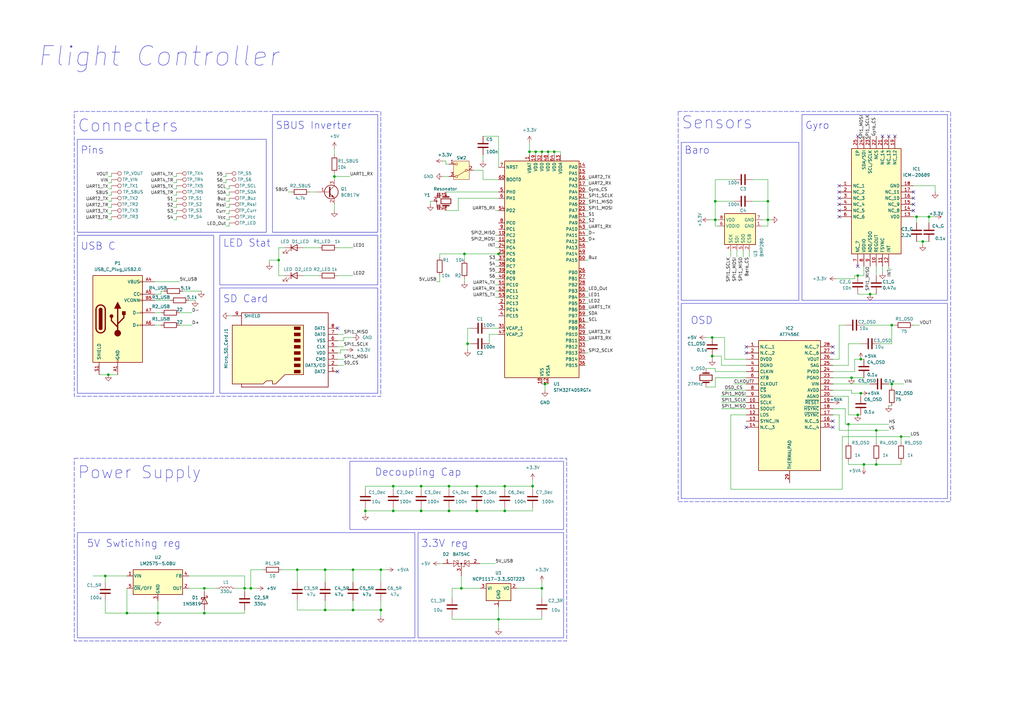
<source format=kicad_sch>
(kicad_sch (version 20230121) (generator eeschema)
  (paper "A3")
  (junction (at 144.78 233.68))
  (junction (at 161.29 209.55))
  (junction (at 359.41 176.53))
  (junction (at 83.82 251.46))
  (junction (at 369.57 179.07))
  (junction (at 184.15 209.55))
  (junction (at 217.17 62.23))
  (junction (at 52.07 251.46))
  (junction (at 161.29 199.39))
  (junction (at 222.25 62.23))
  (junction (at 378.46 99.06))
  (junction (at 144.78 250.19))
  (junction (at 64.77 251.46))
  (junction (at 359.41 190.5))
  (junction (at 353.06 147.32))
  (junction (at 102.87 241.3))
  (junction (at 349.25 154.94))
  (junction (at 184.15 199.39))
  (junction (at 218.44 199.39))
  (junction (at 365.76 133.35))
  (junction (at 195.58 209.55))
  (junction (at 381 88.9))
  (junction (at 172.72 209.55))
  (junction (at 137.16 72.39))
  (junction (at 121.92 233.68))
  (junction (at 227.33 62.23))
  (junction (at 100.33 241.3))
  (junction (at 353.06 161.29))
  (junction (at 356.87 120.65))
  (junction (at 223.52 157.48))
  (junction (at 293.37 82.55))
  (junction (at 83.82 241.3))
  (junction (at 195.58 199.39))
  (junction (at 133.35 233.68))
  (junction (at 347.98 173.99))
  (junction (at 219.71 62.23))
  (junction (at 293.37 90.17))
  (junction (at 292.1 146.05))
  (junction (at 207.01 199.39))
  (junction (at 375.92 88.9))
  (junction (at 204.47 104.14))
  (junction (at 314.96 90.17))
  (junction (at 222.25 241.3))
  (junction (at 43.18 236.22))
  (junction (at 114.3 106.68))
  (junction (at 190.5 104.14))
  (junction (at 351.79 170.18))
  (junction (at 314.96 82.55))
  (junction (at 354.33 190.5))
  (junction (at 44.45 153.67))
  (junction (at 207.01 209.55))
  (junction (at 224.79 62.23))
  (junction (at 156.21 250.19))
  (junction (at 292.1 138.43))
  (junction (at 189.23 241.3))
  (junction (at 156.21 233.68))
  (junction (at 365.76 157.48))
  (junction (at 351.79 113.03))
  (junction (at 191.77 140.97))
  (junction (at 172.72 199.39))
  (junction (at 204.47 254))
  (junction (at 149.86 209.55))
  (junction (at 133.35 250.19))
  (no_connect (at 306.07 142.24))
  (no_connect (at 374.65 81.28))
  (no_connect (at 138.43 152.4))
  (no_connect (at 306.07 175.26))
  (no_connect (at 138.43 134.62))
  (no_connect (at 341.63 142.24))
  (no_connect (at 341.63 172.72))
  (no_connect (at 351.79 109.22))
  (no_connect (at 341.63 175.26))
  (no_connect (at 364.49 55.88))
  (no_connect (at 344.17 88.9))
  (no_connect (at 344.17 78.74))
  (no_connect (at 306.07 144.78))
  (no_connect (at 374.65 78.74))
  (no_connect (at 367.03 55.88))
  (no_connect (at 344.17 83.82))
  (no_connect (at 351.79 55.88))
  (no_connect (at 374.65 83.82))
  (no_connect (at 374.65 86.36))
  (no_connect (at 344.17 81.28))
  (no_connect (at 341.63 144.78))
  (no_connect (at 344.17 76.2))
  (no_connect (at 344.17 86.36))
  (no_connect (at 361.95 55.88))
  (wire (pts (xy 52.07 241.3) (xy 52.07 251.46)))
  (wire (pts (xy 207.01 208.28) (xy 207.01 209.55)))
  (wire (pts (xy 133.35 246.38) (xy 133.35 250.19)))
  (wire (pts (xy 240.03 121.92) (xy 241.3 121.92)))
  (wire (pts (xy 190.5 115.57) (xy 190.5 114.3)))
  (wire (pts (xy 222.25 238.76) (xy 222.25 241.3)))
  (wire (pts (xy 121.92 233.68) (xy 121.92 238.76)))
  (wire (pts (xy 138.43 139.7) (xy 140.97 139.7)))
  (wire (pts (xy 205.74 104.14) (xy 204.47 104.14)))
  (wire (pts (xy 44.45 74.93) (xy 45.72 74.93)))
  (wire (pts (xy 204.47 254) (xy 222.25 254)))
  (wire (pts (xy 297.18 138.43) (xy 292.1 138.43)))
  (wire (pts (xy 66.04 120.65) (xy 63.5 120.65)))
  (wire (pts (xy 240.03 91.44) (xy 241.3 91.44)))
  (wire (pts (xy 345.44 200.66) (xy 345.44 179.07)))
  (wire (pts (xy 223.52 157.48) (xy 224.79 157.48)))
  (wire (pts (xy 350.52 152.4) (xy 350.52 147.32)))
  (wire (pts (xy 176.53 82.55) (xy 177.8 82.55)))
  (wire (pts (xy 194.31 69.85) (xy 198.12 69.85)))
  (wire (pts (xy 223.52 157.48) (xy 223.52 160.02)))
  (wire (pts (xy 172.72 199.39) (xy 172.72 200.66)))
  (wire (pts (xy 359.41 190.5) (xy 354.33 190.5)))
  (wire (pts (xy 110.49 107.95) (xy 110.49 106.68)))
  (wire (pts (xy 347.98 189.23) (xy 347.98 190.5)))
  (wire (pts (xy 212.09 241.3) (xy 222.25 241.3)))
  (wire (pts (xy 369.57 179.07) (xy 369.57 181.61)))
  (wire (pts (xy 222.25 62.23) (xy 222.25 63.5)))
  (wire (pts (xy 207.01 209.55) (xy 218.44 209.55)))
  (wire (pts (xy 139.7 144.78) (xy 138.43 144.78)))
  (wire (pts (xy 207.01 199.39) (xy 195.58 199.39)))
  (wire (pts (xy 64.77 251.46) (xy 64.77 254)))
  (wire (pts (xy 347.98 162.56) (xy 347.98 170.18)))
  (wire (pts (xy 295.91 162.56) (xy 306.07 162.56)))
  (wire (pts (xy 369.57 189.23) (xy 369.57 190.5)))
  (wire (pts (xy 71.12 72.39) (xy 72.39 72.39)))
  (wire (pts (xy 240.03 93.98) (xy 241.3 93.98)))
  (wire (pts (xy 45.72 90.17) (xy 45.72 88.9)))
  (wire (pts (xy 44.45 85.09) (xy 45.72 85.09)))
  (wire (pts (xy 91.44 72.39) (xy 92.71 72.39)))
  (wire (pts (xy 341.63 160.02) (xy 349.25 160.02)))
  (wire (pts (xy 344.17 170.18) (xy 344.17 176.53)))
  (wire (pts (xy 137.16 72.39) (xy 143.51 72.39)))
  (wire (pts (xy 341.63 162.56) (xy 347.98 162.56)))
  (wire (pts (xy 191.77 140.97) (xy 193.04 140.97)))
  (wire (pts (xy 92.71 77.47) (xy 93.98 77.47)))
  (wire (pts (xy 92.71 87.63) (xy 93.98 87.63)))
  (wire (pts (xy 289.56 158.75) (xy 293.37 158.75)))
  (wire (pts (xy 308.61 73.66) (xy 314.96 73.66)))
  (wire (pts (xy 137.16 60.96) (xy 137.16 63.5)))
  (wire (pts (xy 72.39 72.39) (xy 72.39 71.12)))
  (wire (pts (xy 240.03 86.36) (xy 241.3 86.36)))
  (wire (pts (xy 138.43 147.32) (xy 140.97 147.32)))
  (wire (pts (xy 204.47 68.58) (xy 204.47 55.88)))
  (wire (pts (xy 40.64 153.67) (xy 44.45 153.67)))
  (wire (pts (xy 44.45 72.39) (xy 45.72 72.39)))
  (wire (pts (xy 203.2 121.92) (xy 204.47 121.92)))
  (wire (pts (xy 218.44 196.85) (xy 218.44 199.39)))
  (wire (pts (xy 71.12 85.09) (xy 72.39 85.09)))
  (wire (pts (xy 63.5 128.27) (xy 66.04 128.27)))
  (wire (pts (xy 179.07 115.57) (xy 180.34 115.57)))
  (wire (pts (xy 156.21 250.19) (xy 156.21 252.73)))
  (wire (pts (xy 207.01 199.39) (xy 218.44 199.39)))
  (wire (pts (xy 297.18 147.32) (xy 297.18 138.43)))
  (wire (pts (xy 72.39 77.47) (xy 72.39 76.2)))
  (wire (pts (xy 73.66 133.35) (xy 78.74 133.35)))
  (wire (pts (xy 314.96 92.71) (xy 314.96 90.17)))
  (wire (pts (xy 114.3 113.03) (xy 116.84 113.03)))
  (wire (pts (xy 293.37 92.71) (xy 293.37 90.17)))
  (wire (pts (xy 149.86 199.39) (xy 161.29 199.39)))
  (wire (pts (xy 306.07 170.18) (xy 299.72 170.18)))
  (wire (pts (xy 356.87 120.65) (xy 359.41 120.65)))
  (wire (pts (xy 360.68 140.97) (xy 365.76 140.97)))
  (wire (pts (xy 365.76 133.35) (xy 365.76 140.97)))
  (wire (pts (xy 204.47 248.92) (xy 204.47 254)))
  (wire (pts (xy 295.91 167.64) (xy 306.07 167.64)))
  (wire (pts (xy 219.71 62.23) (xy 222.25 62.23)))
  (wire (pts (xy 240.03 78.74) (xy 241.3 78.74)))
  (wire (pts (xy 149.86 208.28) (xy 149.86 209.55)))
  (wire (pts (xy 139.7 143.51) (xy 142.24 143.51)))
  (wire (pts (xy 138.43 137.16) (xy 140.97 137.16)))
  (wire (pts (xy 240.03 73.66) (xy 241.3 73.66)))
  (wire (pts (xy 43.18 246.38) (xy 43.18 251.46)))
  (wire (pts (xy 300.99 73.66) (xy 293.37 73.66)))
  (wire (pts (xy 240.03 144.78) (xy 241.3 144.78)))
  (wire (pts (xy 102.87 241.3) (xy 105.41 241.3)))
  (wire (pts (xy 222.25 252.73) (xy 222.25 254)))
  (wire (pts (xy 314.96 92.71) (xy 312.42 92.71)))
  (wire (pts (xy 63.5 133.35) (xy 66.04 133.35)))
  (wire (pts (xy 304.8 105.41) (xy 304.8 102.87)))
  (wire (pts (xy 184.15 208.28) (xy 184.15 209.55)))
  (wire (pts (xy 96.52 241.3) (xy 100.33 241.3)))
  (wire (pts (xy 203.2 99.06) (xy 204.47 99.06)))
  (wire (pts (xy 77.47 123.19) (xy 80.01 123.19)))
  (wire (pts (xy 196.85 231.14) (xy 203.2 231.14)))
  (wire (pts (xy 100.33 236.22) (xy 77.47 236.22)))
  (wire (pts (xy 156.21 250.19) (xy 144.78 250.19)))
  (wire (pts (xy 195.58 208.28) (xy 195.58 209.55)))
  (wire (pts (xy 121.92 233.68) (xy 133.35 233.68)))
  (wire (pts (xy 77.47 241.3) (xy 83.82 241.3)))
  (wire (pts (xy 72.39 80.01) (xy 72.39 78.74)))
  (wire (pts (xy 292.1 147.32) (xy 292.1 146.05)))
  (wire (pts (xy 172.72 208.28) (xy 172.72 209.55)))
  (wire (pts (xy 149.86 200.66) (xy 149.86 199.39)))
  (wire (pts (xy 107.95 233.68) (xy 102.87 233.68)))
  (wire (pts (xy 191.77 134.62) (xy 191.77 140.97)))
  (wire (pts (xy 207.01 209.55) (xy 195.58 209.55)))
  (wire (pts (xy 137.16 83.82) (xy 137.16 86.36)))
  (wire (pts (xy 359.41 176.53) (xy 364.49 176.53)))
  (wire (pts (xy 240.03 99.06) (xy 241.3 99.06)))
  (wire (pts (xy 193.04 134.62) (xy 191.77 134.62)))
  (wire (pts (xy 240.03 124.46) (xy 241.3 124.46)))
  (wire (pts (xy 137.16 72.39) (xy 137.16 73.66)))
  (wire (pts (xy 137.16 71.12) (xy 137.16 72.39)))
  (wire (pts (xy 375.92 88.9) (xy 375.92 91.44)))
  (wire (pts (xy 144.78 238.76) (xy 144.78 233.68)))
  (wire (pts (xy 306.07 147.32) (xy 297.18 147.32)))
  (wire (pts (xy 351.79 170.18) (xy 353.06 170.18)))
  (wire (pts (xy 365.76 133.35) (xy 367.03 133.35)))
  (wire (pts (xy 184.15 209.55) (xy 172.72 209.55)))
  (wire (pts (xy 195.58 209.55) (xy 184.15 209.55)))
  (wire (pts (xy 347.98 140.97) (xy 353.06 140.97)))
  (wire (pts (xy 299.72 105.41) (xy 299.72 102.87)))
  (wire (pts (xy 45.72 82.55) (xy 45.72 81.28)))
  (wire (pts (xy 364.49 110.49) (xy 364.49 109.22)))
  (wire (pts (xy 181.61 72.39) (xy 184.15 72.39)))
  (wire (pts (xy 189.23 241.3) (xy 196.85 241.3)))
  (wire (pts (xy 182.88 67.31) (xy 184.15 67.31)))
  (wire (pts (xy 43.18 238.76) (xy 43.18 236.22)))
  (wire (pts (xy 240.03 88.9) (xy 241.3 88.9)))
  (wire (pts (xy 347.98 173.99) (xy 364.49 173.99)))
  (wire (pts (xy 204.47 134.62) (xy 200.66 134.62)))
  (wire (pts (xy 74.93 119.38) (xy 82.55 119.38)))
  (wire (pts (xy 156.21 233.68) (xy 158.75 233.68)))
  (wire (pts (xy 204.47 81.28) (xy 187.96 81.28)))
  (wire (pts (xy 349.25 160.02) (xy 349.25 161.29)))
  (wire (pts (xy 140.97 138.43) (xy 144.78 138.43)))
  (wire (pts (xy 351.79 113.03) (xy 354.33 113.03)))
  (wire (pts (xy 195.58 199.39) (xy 195.58 200.66)))
  (wire (pts (xy 124.46 101.6) (xy 130.81 101.6)))
  (wire (pts (xy 344.17 147.32) (xy 344.17 133.35)))
  (wire (pts (xy 71.12 90.17) (xy 72.39 90.17)))
  (wire (pts (xy 92.71 74.93) (xy 92.71 73.66)))
  (wire (pts (xy 219.71 62.23) (xy 219.71 63.5)))
  (wire (pts (xy 187.96 86.36) (xy 182.88 86.36)))
  (wire (pts (xy 110.49 106.68) (xy 114.3 106.68)))
  (wire (pts (xy 217.17 58.42) (xy 217.17 62.23)))
  (wire (pts (xy 222.25 62.23) (xy 224.79 62.23)))
  (wire (pts (xy 203.2 96.52) (xy 204.47 96.52)))
  (wire (pts (xy 378.46 99.06) (xy 381 99.06)))
  (wire (pts (xy 203.2 116.84) (xy 204.47 116.84)))
  (wire (pts (xy 91.44 74.93) (xy 92.71 74.93)))
  (wire (pts (xy 350.52 113.03) (xy 351.79 113.03)))
  (wire (pts (xy 293.37 152.4) (xy 293.37 151.13)))
  (wire (pts (xy 45.72 80.01) (xy 45.72 78.74)))
  (wire (pts (xy 198.12 63.5) (xy 198.12 66.04)))
  (wire (pts (xy 204.47 137.16) (xy 200.66 137.16)))
  (wire (pts (xy 227.33 62.23) (xy 227.33 63.5)))
  (wire (pts (xy 45.72 85.09) (xy 45.72 83.82)))
  (wire (pts (xy 133.35 238.76) (xy 133.35 233.68)))
  (wire (pts (xy 44.45 77.47) (xy 45.72 77.47)))
  (wire (pts (xy 93.98 92.71) (xy 93.98 91.44)))
  (wire (pts (xy 347.98 173.99) (xy 347.98 181.61)))
  (wire (pts (xy 71.12 80.01) (xy 72.39 80.01)))
  (wire (pts (xy 359.41 189.23) (xy 359.41 190.5)))
  (wire (pts (xy 124.46 113.03) (xy 130.81 113.03)))
  (wire (pts (xy 180.34 115.57) (xy 180.34 113.03)))
  (wire (pts (xy 240.03 132.08) (xy 241.3 132.08)))
  (wire (pts (xy 133.35 233.68) (xy 144.78 233.68)))
  (wire (pts (xy 361.95 109.22) (xy 361.95 111.76)))
  (wire (pts (xy 156.21 246.38) (xy 156.21 250.19)))
  (wire (pts (xy 354.33 57.15) (xy 354.33 55.88)))
  (wire (pts (xy 289.56 138.43) (xy 292.1 138.43)))
  (wire (pts (xy 72.39 82.55) (xy 72.39 81.28)))
  (wire (pts (xy 293.37 158.75) (xy 293.37 154.94)))
  (wire (pts (xy 92.71 80.01) (xy 93.98 80.01)))
  (wire (pts (xy 71.12 87.63) (xy 72.39 87.63)))
  (wire (pts (xy 350.52 114.3) (xy 350.52 113.03)))
  (wire (pts (xy 92.71 92.71) (xy 93.98 92.71)))
  (wire (pts (xy 100.33 250.19) (xy 100.33 251.46)))
  (wire (pts (xy 144.78 250.19) (xy 144.78 246.38)))
  (wire (pts (xy 224.79 62.23) (xy 224.79 63.5)))
  (wire (pts (xy 191.77 140.97) (xy 191.77 143.51)))
  (wire (pts (xy 240.03 129.54) (xy 241.3 129.54)))
  (wire (pts (xy 44.45 80.01) (xy 45.72 80.01)))
  (wire (pts (xy 346.71 173.99) (xy 347.98 173.99)))
  (wire (pts (xy 93.98 90.17) (xy 93.98 88.9)))
  (wire (pts (xy 312.42 90.17) (xy 314.96 90.17)))
  (wire (pts (xy 365.76 157.48) (xy 370.84 157.48)))
  (wire (pts (xy 185.42 241.3) (xy 185.42 245.11)))
  (wire (pts (xy 203.2 101.6) (xy 204.47 101.6)))
  (wire (pts (xy 240.03 139.7) (xy 241.3 139.7)))
  (wire (pts (xy 374.65 76.2) (xy 383.54 76.2)))
  (wire (pts (xy 138.43 142.24) (xy 140.97 142.24)))
  (wire (pts (xy 306.07 149.86) (xy 295.91 149.86)))
  (wire (pts (xy 346.71 167.64) (xy 346.71 173.99)))
  (wire (pts (xy 240.03 137.16) (xy 241.3 137.16)))
  (wire (pts (xy 342.9 114.3) (xy 350.52 114.3)))
  (wire (pts (xy 114.3 101.6) (xy 114.3 106.68)))
  (wire (pts (xy 354.33 190.5) (xy 354.33 191.77)))
  (wire (pts (xy 44.45 82.55) (xy 45.72 82.55)))
  (wire (pts (xy 138.43 113.03) (xy 144.78 113.03)))
  (wire (pts (xy 156.21 238.76) (xy 156.21 233.68)))
  (wire (pts (xy 83.82 241.3) (xy 83.82 242.57)))
  (wire (pts (xy 240.03 96.52) (xy 241.3 96.52)))
  (wire (pts (xy 161.29 199.39) (xy 161.29 200.66)))
  (wire (pts (xy 227.33 62.23) (xy 229.87 62.23)))
  (wire (pts (xy 102.87 233.68) (xy 102.87 241.3)))
  (wire (pts (xy 207.01 199.39) (xy 207.01 200.66)))
  (wire (pts (xy 314.96 90.17) (xy 314.96 82.55)))
  (wire (pts (xy 302.26 105.41) (xy 302.26 102.87)))
  (wire (pts (xy 182.88 78.74) (xy 204.47 78.74)))
  (wire (pts (xy 38.1 236.22) (xy 43.18 236.22)))
  (wire (pts (xy 356.87 120.65) (xy 351.79 120.65)))
  (wire (pts (xy 217.17 63.5) (xy 217.17 62.23)))
  (wire (pts (xy 64.77 251.46) (xy 83.82 251.46)))
  (wire (pts (xy 369.57 190.5) (xy 359.41 190.5)))
  (wire (pts (xy 93.98 87.63) (xy 93.98 86.36)))
  (wire (pts (xy 93.98 82.55) (xy 93.98 81.28)))
  (wire (pts (xy 240.03 119.38) (xy 241.3 119.38)))
  (wire (pts (xy 100.33 241.3) (xy 102.87 241.3)))
  (wire (pts (xy 383.54 76.2) (xy 383.54 78.74)))
  (wire (pts (xy 240.03 81.28) (xy 241.3 81.28)))
  (wire (pts (xy 378.46 99.06) (xy 378.46 100.33)))
  (wire (pts (xy 203.2 86.36) (xy 204.47 86.36)))
  (wire (pts (xy 64.77 246.38) (xy 64.77 251.46)))
  (wire (pts (xy 83.82 251.46) (xy 83.82 250.19)))
  (wire (pts (xy 218.44 199.39) (xy 218.44 200.66)))
  (wire (pts (xy 190.5 104.14) (xy 204.47 104.14)))
  (wire (pts (xy 306.07 152.4) (xy 293.37 152.4)))
  (wire (pts (xy 364.49 157.48) (xy 365.76 157.48)))
  (wire (pts (xy 293.37 151.13) (xy 289.56 151.13)))
  (wire (pts (xy 71.12 77.47) (xy 72.39 77.47)))
  (wire (pts (xy 295.91 165.1) (xy 306.07 165.1)))
  (wire (pts (xy 222.25 245.11) (xy 222.25 241.3)))
  (wire (pts (xy 347.98 170.18) (xy 351.79 170.18)))
  (wire (pts (xy 92.71 85.09) (xy 93.98 85.09)))
  (wire (pts (xy 184.15 199.39) (xy 195.58 199.39)))
  (wire (pts (xy 121.92 250.19) (xy 133.35 250.19)))
  (wire (pts (xy 144.78 233.68) (xy 156.21 233.68)))
  (wire (pts (xy 92.71 90.17) (xy 93.98 90.17)))
  (wire (pts (xy 293.37 90.17) (xy 294.64 90.17)))
  (wire (pts (xy 293.37 154.94) (xy 306.07 154.94)))
  (wire (pts (xy 133.35 250.19) (xy 144.78 250.19)))
  (wire (pts (xy 116.84 101.6) (xy 114.3 101.6)))
  (wire (pts (xy 203.2 111.76) (xy 204.47 111.76)))
  (wire (pts (xy 45.72 87.63) (xy 45.72 86.36)))
  (wire (pts (xy 149.86 209.55) (xy 149.86 210.82)))
  (wire (pts (xy 100.33 241.3) (xy 100.33 242.57)))
  (wire (pts (xy 185.42 252.73) (xy 185.42 254)))
  (wire (pts (xy 93.98 85.09) (xy 93.98 83.82)))
  (wire (pts (xy 356.87 57.15) (xy 356.87 55.88)))
  (wire (pts (xy 44.45 90.17) (xy 45.72 90.17)))
  (wire (pts (xy 127 78.74) (xy 129.54 78.74)))
  (wire (pts (xy 350.52 147.32) (xy 353.06 147.32)))
  (wire (pts (xy 182.88 66.04) (xy 181.61 66.04)))
  (wire (pts (xy 203.2 114.3) (xy 204.47 114.3)))
  (wire (pts (xy 100.33 241.3) (xy 100.33 236.22)))
  (wire (pts (xy 369.57 179.07) (xy 373.38 179.07)))
  (wire (pts (xy 43.18 236.22) (xy 52.07 236.22)))
  (wire (pts (xy 290.83 90.17) (xy 293.37 90.17)))
  (wire (pts (xy 190.5 104.14) (xy 190.5 106.68)))
  (wire (pts (xy 354.33 109.22) (xy 354.33 113.03)))
  (wire (pts (xy 381 91.44) (xy 381 88.9)))
  (wire (pts (xy 341.63 152.4) (xy 350.52 152.4)))
  (wire (pts (xy 198.12 73.66) (xy 204.47 73.66)))
  (wire (pts (xy 349.25 154.94) (xy 354.33 154.94)))
  (wire (pts (xy 187.96 81.28) (xy 187.96 86.36)))
  (wire (pts (xy 217.17 62.23) (xy 219.71 62.23)))
  (wire (pts (xy 161.29 208.28) (xy 161.29 209.55)))
  (wire (pts (xy 299.72 170.18) (xy 299.72 200.66)))
  (wire (pts (xy 359.41 109.22) (xy 359.41 113.03)))
  (wire (pts (xy 240.03 83.82) (xy 241.3 83.82)))
  (wire (pts (xy 52.07 251.46) (xy 64.77 251.46)))
  (wire (pts (xy 93.98 77.47) (xy 93.98 76.2)))
  (wire (pts (xy 203.2 119.38) (xy 204.47 119.38)))
  (wire (pts (xy 139.7 143.51) (xy 139.7 144.78)))
  (wire (pts (xy 203.2 106.68) (xy 204.47 106.68)))
  (wire (pts (xy 184.15 199.39) (xy 184.15 200.66)))
  (wire (pts (xy 293.37 82.55) (xy 293.37 73.66)))
  (wire (pts (xy 92.71 82.55) (xy 93.98 82.55)))
  (wire (pts (xy 365.76 110.49) (xy 364.49 110.49)))
  (wire (pts (xy 354.33 133.35) (xy 365.76 133.35)))
  (wire (pts (xy 341.63 170.18) (xy 344.17 170.18)))
  (wire (pts (xy 293.37 90.17) (xy 293.37 82.55)))
  (wire (pts (xy 138.43 149.86) (xy 140.97 149.86)))
  (wire (pts (xy 349.25 161.29) (xy 353.06 161.29)))
  (wire (pts (xy 365.76 166.37) (xy 364.49 166.37)))
  (wire (pts (xy 218.44 208.28) (xy 218.44 209.55)))
  (wire (pts (xy 182.88 67.31) (xy 182.88 66.04)))
  (wire (pts (xy 341.63 154.94) (xy 349.25 154.94)))
  (wire (pts (xy 83.82 241.3) (xy 88.9 241.3)))
  (wire (pts (xy 203.2 109.22) (xy 204.47 109.22)))
  (wire (pts (xy 240.03 127) (xy 241.3 127)))
  (wire (pts (xy 345.44 179.07) (xy 369.57 179.07)))
  (wire (pts (xy 121.92 246.38) (xy 121.92 250.19)))
  (wire (pts (xy 149.86 209.55) (xy 161.29 209.55)))
  (wire (pts (xy 189.23 236.22) (xy 189.23 241.3)))
  (wire (pts (xy 93.98 129.54) (xy 95.25 129.54)))
  (wire (pts (xy 92.71 72.39) (xy 92.71 71.12)))
  (wire (pts (xy 66.04 119.38) (xy 67.31 119.38)))
  (wire (pts (xy 72.39 90.17) (xy 72.39 88.9)))
  (wire (pts (xy 341.63 147.32) (xy 344.17 147.32)))
  (wire (pts (xy 293.37 92.71) (xy 294.64 92.71)))
  (wire (pts (xy 347.98 149.86) (xy 347.98 140.97)))
  (wire (pts (xy 138.43 101.6) (xy 144.78 101.6)))
  (wire (pts (xy 71.12 74.93) (xy 72.39 74.93)))
  (wire (pts (xy 161.29 199.39) (xy 172.72 199.39)))
  (wire (pts (xy 172.72 199.39) (xy 184.15 199.39)))
  (wire (pts (xy 299.72 200.66) (xy 345.44 200.66)))
  (wire (pts (xy 204.47 55.88) (xy 198.12 55.88)))
  (wire (pts (xy 66.04 119.38) (xy 66.04 120.65)))
  (wire (pts (xy 180.34 231.14) (xy 181.61 231.14)))
  (wire (pts (xy 172.72 209.55) (xy 161.29 209.55)))
  (wire (pts (xy 185.42 241.3) (xy 189.23 241.3)))
  (wire (pts (xy 44.45 153.67) (xy 48.26 153.67)))
  (wire (pts (xy 341.63 157.48) (xy 356.87 157.48)))
  (wire (pts (xy 314.96 82.55) (xy 314.96 73.66)))
  (wire (pts (xy 307.34 105.41) (xy 307.34 102.87)))
  (wire (pts (xy 374.65 133.35) (xy 377.19 133.35)))
  (wire (pts (xy 314.96 90.17) (xy 316.23 90.17)))
  (wire (pts (xy 240.03 106.68) (xy 241.3 106.68)))
  (wire (pts (xy 381 88.9) (xy 375.92 88.9)))
  (wire (pts (xy 344.17 133.35) (xy 346.71 133.35)))
  (wire (pts (xy 204.47 254) (xy 204.47 257.81)))
  (wire (pts (xy 353.06 147.32) (xy 354.33 147.32)))
  (wire (pts (xy 93.98 80.01) (xy 93.98 78.74)))
  (wire (pts (xy 308.61 82.55) (xy 314.96 82.55)))
  (wire (pts (xy 185.42 254) (xy 204.47 254)))
  (wire (pts (xy 200.66 137.16) (xy 200.66 140.97)))
  (wire (pts (xy 176.53 82.55) (xy 176.53 83.82)))
  (wire (pts (xy 72.39 74.93) (xy 72.39 73.66)))
  (wire (pts (xy 72.39 87.63) (xy 72.39 86.36)))
  (wire (pts (xy 140.97 139.7) (xy 140.97 138.43)))
  (wire (pts (xy 297.18 160.02) (xy 306.07 160.02)))
  (wire (pts (xy 45.72 77.47) (xy 45.72 76.2)))
  (wire (pts (xy 293.37 82.55) (xy 300.99 82.55)))
  (wire (pts (xy 347.98 190.5) (xy 354.33 190.5)))
  (wire (pts (xy 295.91 149.86) (xy 295.91 146.05)))
  (wire (pts (xy 73.66 128.27) (xy 78.74 128.27)))
  (wire (pts (xy 341.63 167.64) (xy 346.71 167.64)))
  (wire (pts (xy 71.12 82.55) (xy 72.39 82.55)))
  (wire (pts (xy 295.91 146.05) (xy 292.1 146.05)))
  (wire (pts (xy 300.99 157.48) (xy 306.07 157.48)))
  (wire (pts (xy 63.5 115.57) (xy 73.66 115.57)))
  (wire (pts (xy 115.57 233.68) (xy 121.92 233.68)))
  (wire (pts (xy 72.39 85.09) (xy 72.39 83.82)))
  (wire (pts (xy 100.33 251.46) (xy 83.82 251.46)))
  (wire (pts (xy 180.34 104.14) (xy 190.5 104.14)))
  (wire (pts (xy 63.5 123.19) (xy 69.85 123.19)))
  (wire (pts (xy 374.65 88.9) (xy 375.92 88.9)))
  (wire (pts (xy 341.63 149.86) (xy 347.98 149.86)))
  (wire (pts (xy 375.92 99.06) (xy 378.46 99.06)))
  (wire (pts (xy 44.45 87.63) (xy 45.72 87.63)))
  (wire (pts (xy 229.87 63.5) (xy 229.87 62.23)))
  (wire (pts (xy 344.17 176.53) (xy 359.41 176.53)))
  (wire (pts (xy 359.41 176.53) (xy 359.41 181.61)))
  (wire (pts (xy 180.34 104.14) (xy 180.34 105.41)))
  (wire (pts (xy 240.03 76.2) (xy 241.3 76.2)))
  (wire (pts (xy 43.18 251.46) (xy 52.07 251.46)))
  (wire (pts (xy 365.76 158.75) (xy 365.76 157.48)))
  (wire (pts (xy 114.3 106.68) (xy 114.3 113.03)))
  (wire (pts (xy 353.06 162.56) (xy 353.06 161.29)))
  (wire (pts (xy 381 88.9) (xy 383.54 88.9)))
  (wire (pts (xy 118.11 78.74) (xy 119.38 78.74)))
  (wire (pts (xy 45.72 74.93) (xy 45.72 73.66)))
  (wire (pts (xy 198.12 69.85) (xy 198.12 73.66)))
  (wire (pts (xy 222.25 157.48) (xy 223.52 157.48)))
  (wire (pts (xy 224.79 62.23) (xy 227.33 62.23)))
  (wire (pts (xy 45.72 72.39) (xy 45.72 71.12)))
  (rectangle (start 278.13 45.72) (end 389.89 205.74) (stroke (width 0) (type dash)))
  (rectangle (start 328.93 46.99) (end 388.62 123.19))
  (rectangle (start 31.75 218.44) (end 170.18 261.62))
  (rectangle (start 111.76 46.99) (end 154.94 95.25))
  (rectangle (start 30.48 45.72) (end 156.21 162.56) (stroke (width 0) (type dash)))
  (rectangle (start 90.17 118.11) (end 154.94 161.29))
  (rectangle (start 90.17 96.52) (end 154.94 116.84))
  (rectangle (start 171.45 218.44) (end 231.14 261.62))
  (rectangle (start 31.75 96.52) (end 87.63 161.29))
  (rectangle (start 279.4 124.46) (end 388.62 204.47))
  (rectangle (start 31.75 57.15) (end 109.22 95.25))
  (rectangle (start 279.4 58.42) (end 327.66 123.19))
  (rectangle (start 30.48 187.96) (end 232.41 262.89) (stroke (width 0) (type dash)))
  (rectangle (start 143.51 189.23) (end 231.14 217.17))
  (text "SBUS Inverter" (at 113.03 53.34 0) (effects (font (size 3 3)) (justify left bottom)))
  (text "Pins" (at 33.02 63.5 0) (effects (font (size 3 3)) (justify left bottom)))
  (text "Flight Controller" (at 15.24 27.94 0) (effects (font (size 8 8) italic) (justify left bottom)))
  (text "Decoupling Cap" (at 153.67 195.58 0) (effects (font (size 3 3)) (justify left bottom)))
  (text "Baro" (at 280.67 63.5 0) (effects (font (size 3 3)) (justify left bottom)))
  (text "Gyro" (at 330.2 53.34 0) (effects (font (size 3 3)) (justify left bottom)))
  (text "3.3V reg" (at 172.72 224.79 0) (effects (font (size 3 3)) (justify left bottom)))
  (text "SD Card" (at 91.44 124.46 0) (effects (font (size 3 3)) (justify left bottom)))
  (text "USB C" (at 33.02 102.87 0) (effects (font (size 3 3)) (justify left bottom)))
  (text "Power Supply" (at 31.75 196.85 0) (effects (font (size 5 5)) (justify left bottom)))
  (text "LED Stat" (at 91.44 101.6 0) (effects (font (size 3 3)) (justify left bottom)))
  (text "5V Swtiching reg" (at 35.56 224.79 0) (effects (font (size 3 3)) (justify left bottom)))
  (text "OSD" (at 283.21 133.35 0) (effects (font (size 3 3)) (justify left bottom)))
  (text "Connecters" (at 31.75 54.61 0) (effects (font (size 5 5)) (justify left bottom)))
  (text "Sensors" (at 279.4 53.34 0) (effects (font (size 5 5)) (justify left bottom)))
  (label "SPI1_MOSI" (at 354.33 57.15 90))
  (label "VS" (at 364.49 176.53 0))
  (label "INT" (at 365.76 110.49 270))
  (label "UART1_TX" (at 241.3 127 0))
  (label "S3" (at 71.12 87.63 180))
  (label "SCL" (at 92.71 77.47 180))
  (label "SPI1_MISO" (at 295.91 167.64 0))
  (label "SPI1_SCLK" (at 356.87 57.15 90))
  (label "Buz" (at 241.3 106.68 0))
  (label "UART2_TX" (at 241.3 73.66 0))
  (label "S4" (at 203.2 109.22 180))
  (label "S6" (at 91.44 74.93 180))
  (label "Baro_CS" (at 307.34 105.41 270))
  (label "UART1_TX" (at 44.45 77.47 180))
  (label "S3" (at 203.2 106.68 180))
  (label "UART1_RX" (at 241.3 93.98 0))
  (label "5V_USB" (at 203.2 231.14 0))
  (label "LED1" (at 241.3 121.92 0))
  (label "SPI1_MISO" (at 140.97 137.16 0))
  (label "S2" (at 241.3 91.44 0))
  (label "S5" (at 91.44 72.39 180))
  (label "D+" (at 78.74 133.35 0))
  (label "SBUS" (at 44.45 80.01 180))
  (label "UART3_TX" (at 44.45 87.63 180))
  (label "LED2" (at 144.78 113.03 0))
  (label "SPI1_MOSI" (at 295.91 162.56 0))
  (label "S1" (at 71.12 82.55 180))
  (label "5V_USB" (at 73.66 115.57 0))
  (label "UART3_RX" (at 241.3 139.7 0))
  (label "CLKOUT" (at 300.99 157.48 0))
  (label "VIN" (at 370.84 157.48 0))
  (label "S4" (at 71.12 90.17 180))
  (label "SPI1_MISO" (at 241.3 83.82 0))
  (label "SPI2_MOSI" (at 203.2 99.06 180))
  (label "SDA" (at 241.3 129.54 0))
  (label "UART4_TR" (at 71.12 74.93 180))
  (label "INT" (at 203.2 101.6 180))
  (label "SPI1_MOSI" (at 140.97 147.32 0))
  (label "UART2_TR" (at 44.45 85.09 180))
  (label "VIN" (at 44.45 74.93 180))
  (label "UART5_TX" (at 71.12 77.47 180))
  (label "S2" (at 71.12 85.09 180))
  (label "UART3_TR" (at 44.45 90.17 180))
  (label "SPI2_SCLK" (at 241.3 144.78 0))
  (label "S6" (at 203.2 114.3 180))
  (label "SPI2_MISO" (at 203.2 96.52 180))
  (label "LED_Out" (at 92.71 92.71 180))
  (label "SPI1_MISO" (at 356.87 109.22 270))
  (label "LED1" (at 144.78 101.6 0))
  (label "SBUS" (at 118.11 78.74 180))
  (label "HS" (at 364.49 173.99 0))
  (label "SPI1_SCLK" (at 140.97 142.24 0))
  (label "LED2" (at 241.3 124.46 0))
  (label "Vcc" (at 92.71 90.17 180))
  (label "UART4_RX" (at 203.2 119.38 180))
  (label "UART4_TX" (at 71.12 72.39 180))
  (label "Gyro_CS" (at 359.41 55.88 90))
  (label "5V_USB" (at 179.07 115.57 180))
  (label "SCL" (at 241.3 132.08 0))
  (label "LOS" (at 373.38 179.07 0))
  (label "UART3_TX" (at 241.3 137.16 0))
  (label "OSD_CS" (at 297.18 160.02 0))
  (label "Buz" (at 92.71 82.55 180))
  (label "VOUT" (at 377.19 133.35 0))
  (label "SPI1_MOSI" (at 241.3 86.36 0))
  (label "SPI1_SCLK" (at 295.91 165.1 0))
  (label "UART2_TX" (at 44.45 82.55 180))
  (label "SDA" (at 92.71 80.01 180))
  (label "SPI1_SCLK" (at 241.3 81.28 0))
  (label "D-" (at 241.3 96.52 0))
  (label "D+" (at 241.3 99.06 0))
  (label "UART5_RX" (at 203.2 86.36 180))
  (label "UART2_RX" (at 241.3 76.2 0))
  (label "SPI1_MISO" (at 304.8 105.41 270))
  (label "Curr" (at 92.71 87.63 180))
  (label "UART1_RX" (at 143.51 72.39 0))
  (label "SPI1_MOSI" (at 302.26 105.41 270))
  (label "S1" (at 241.3 88.9 0))
  (label "UART5_TR" (at 71.12 80.01 180))
  (label "SD_CS" (at 140.97 149.86 0))
  (label "UART4_TX" (at 203.2 116.84 180))
  (label "VOUT" (at 44.45 72.39 180))
  (label "LED_Out" (at 241.3 119.38 0))
  (label "Rssi" (at 92.71 85.09 180))
  (label "UART5_TX" (at 203.2 121.92 180))
  (label "S5" (at 203.2 111.76 180))
  (label "Gyro_CS" (at 241.3 78.74 0))
  (label "SPI1_SCLK" (at 299.72 105.41 270))
  (label "D-" (at 78.74 128.27 0))
  (symbol (lib_id "Device:C") (at 207.01 204.47 0) (unit 1)
    (property "Reference" "C6_Dec" (at 208.28 201.93 0) (effects (justify left)))
    (property "Value" "100n" (at 210.82 205.74 0) (effects (justify left)))
  )
  (symbol (lib_id "Device:C") (at 304.8 73.66 270) (unit 1)
    (property "Reference" "C3" (at 304.8 77.47 90))
    (property "Value" "100n" (at 300.99 74.93 90))
  )
  (symbol (lib_id "Device:R") (at 69.85 128.27 90) (unit 1)
    (property "Reference" "R2_USB" (at 66.04 125.73 90))
    (property "Value" "22" (at 73.66 127 90))
  )
  (symbol (lib_id "Switch:SW_SPDT_321") (at 189.23 69.85 180) (unit 1)
    (property "Reference" "SW2" (at 189.23 64.77 0))
    (property "Value" "SW_SPDT_321" (effects hide))
  )
  (symbol (lib_id "power:GND") (at 82.55 119.38 0) (unit 1)
    (property "Reference" "#PWR031" (effects hide))
    (property "Value" "GND" (effects hide))
  )
  (symbol (lib_id "power:+3.3V") (at 342.9 114.3 90) (unit 1)
    (property "Reference" "#PWR013" (effects hide))
    (property "Value" "+3.3V" (at 339.09 114.3 90) (effects (justify left)))
  )
  (symbol (lib_id "Connector:TestPoint") (at 93.98 83.82 270) (unit 1)
    (property "Reference" "TP_Rssi" (at 101.6 83.82 90))
    (property "Value" "TestPoint" (effects hide))
    (property "Footprint" "TestPoint:TestPoint_Pad_D2.5mm" (effects hide))
  )
  (symbol (lib_id "Device:C") (at 184.15 204.47 0) (unit 1)
    (property "Reference" "C4_Dec" (at 185.42 201.93 0) (effects (justify left)))
    (property "Value" "100n" (at 186.69 205.74 0) (effects (justify left)))
  )
  (symbol (lib_id "Connector:TestPoint") (at 93.98 91.44 270) (unit 1)
    (property "Reference" "TP_LED" (at 101.6 91.44 90))
    (property "Value" "TestPoint" (effects hide))
    (property "Footprint" "TestPoint:TestPoint_Pad_D2.5mm" (effects hide))
  )
  (symbol (lib_id "Device:C") (at 198.12 59.69 0) (unit 1)
    (property "Reference" "C5" (at 199.39 57.15 0) (effects (justify left)))
    (property "Value" "100n" (at 199.39 62.23 0) (effects (justify left)))
  )
  (symbol (lib_id "Device:C") (at 195.58 204.47 0) (unit 1)
    (property "Reference" "C5_Dec" (at 196.85 201.93 0) (effects (justify left)))
    (property "Value" "100n" (at 198.12 205.74 0) (effects (justify left)))
  )
  (symbol (lib_id "power:GND") (at 176.53 83.82 0) (unit 1)
    (property "Reference" "#PWR01" (effects hide))
    (property "Value" "GND" (effects hide))
  )
  (symbol (lib_id "Connector:TestPoint") (at 93.98 88.9 270) (unit 1)
    (property "Reference" "TP_Vcc" (at 101.6 88.9 90))
    (property "Value" "TestPoint" (effects hide))
    (property "Footprint" "TestPoint:TestPoint_Pad_D2.5mm" (effects hide))
  )
  (symbol (lib_id "power:+5V") (at 289.56 138.43 90) (unit 1)
    (property "Reference" "#PWR018" (effects hide))
    (property "Value" "+5V" (at 285.75 138.43 90) (effects (justify left)))
  )
  (symbol (lib_id "Device:R") (at 365.76 162.56 0) (unit 1)
    (property "Reference" "R2_OSD" (at 367.03 161.29 0) (effects (justify left)))
    (property "Value" "75" (at 367.03 163.83 0) (effects (justify left)))
  )
  (symbol (lib_id "Connector:TestPoint") (at 45.72 86.36 270) (unit 1)
    (property "Reference" "TP_TX3" (at 53.34 86.36 90))
    (property "Value" "TestPoint" (effects hide))
    (property "Footprint" "TestPoint:TestPoint_Pad_D2.5mm" (effects hide))
  )
  (symbol (lib_id "Connector:TestPoint") (at 93.98 78.74 270) (unit 1)
    (property "Reference" "TP_SDA" (at 101.6 78.74 90))
    (property "Value" "TestPoint" (effects hide))
    (property "Footprint" "TestPoint:TestPoint_Pad_D2.5mm" (effects hide))
  )
  (symbol (lib_id "Device:R") (at 369.57 185.42 0) (unit 1)
    (property "Reference" "R5_OSD" (at 370.84 181.61 0) (effects (justify left)))
    (property "Value" "1k" (at 372.11 186.69 0) (effects (justify left)))
  )
  (symbol (lib_id "power:GND") (at 364.49 166.37 0) (unit 1)
    (property "Reference" "#PWR027" (effects hide))
    (property "Value" "GND" (effects hide))
  )
  (symbol (lib_id "power:+3.3V") (at 218.44 196.85 0) (unit 1)
    (property "Reference" "#PWR04" (effects hide))
    (property "Value" "+3.3V" (at 218.44 191.77 0))
  )
  (symbol (lib_id "power:+5VA") (at 354.33 191.77 180) (unit 1)
    (property "Reference" "#PWR028" (effects hide))
    (property "Value" "+5VA" (at 350.52 193.04 0))
  )
  (symbol (lib_id "Device:R") (at 71.12 119.38 90) (unit 1)
    (property "Reference" "R4_USB" (at 64.77 118.11 90))
    (property "Value" "5.1k" (at 76.2 118.11 90))
  )
  (symbol (lib_id "power:GND") (at 351.79 170.18 0) (unit 1)
    (property "Reference" "#PWR025" (effects hide))
    (property "Value" "GND" (effects hide))
  )
  (symbol (lib_id "Device:R") (at 137.16 67.31 0) (unit 1)
    (property "Reference" "R1_SBUS" (at 138.43 66.04 0) (effects (justify left)))
    (property "Value" "10k" (at 138.43 68.58 0) (effects (justify left)))
  )
  (symbol (lib_id "Connector:TestPoint") (at 92.71 73.66 270) (unit 1)
    (property "Reference" "TP_S6" (at 100.33 73.66 90))
    (property "Value" "TestPoint" (effects hide))
    (property "Footprint" "TestPoint:TestPoint_Pad_D2.5mm" (effects hide))
  )
  (symbol (lib_id "power:GND") (at 204.47 257.81 0) (unit 1)
    (property "Reference" "#PWR02" (effects hide))
    (property "Value" "GND" (effects hide))
  )
  (symbol (lib_id "power:GND") (at 223.52 160.02 0) (unit 1)
    (property "Reference" "#PWR049" (effects hide))
    (property "Value" "GND" (at 223.52 165.1 0))
  )
  (symbol (lib_id "Device:C") (at 196.85 134.62 90) (unit 1)
    (property "Reference" "C1" (at 196.85 130.81 90))
    (property "Value" "100n" (at 200.66 133.35 90))
  )
  (symbol (lib_id "power:GND") (at 292.1 147.32 0) (unit 1)
    (property "Reference" "#PWR019" (effects hide))
    (property "Value" "GND" (effects hide))
  )
  (symbol (lib_id "Connector:TestPoint") (at 45.72 78.74 270) (unit 1)
    (property "Reference" "TP_SBUS" (at 54.61 78.74 90))
    (property "Value" "TestPoint" (effects hide))
    (property "Footprint" "TestPoint:TestPoint_Pad_D2.5mm" (effects hide))
  )
  (symbol (lib_id "AT7456E:AT7456E") (at 306.07 142.24 0) (unit 1)
    (property "Reference" "IC2" (at 323.85 134.62 0))
    (property "Value" "AT7456E" (at 323.85 137.16 0))
    (property "Footprint" "SOP65P640X120-29N" (effects hide))
    (property "Datasheet" "https://datasheet.lcsc.com/szlcsc/ZHONGKEWEI-AT7456E_C82351.pdf" (effects hide))
    (property "Height" "1.2" (effects hide))
    (property "Manufacturer_Name" "ICOF" (effects hide))
    (property "Manufacturer_Part_Number" "AT7456E" (effects hide))
  )
  (symbol (lib_id "power:GND") (at 316.23 90.17 90) (unit 1)
    (property "Reference" "#PWR050" (effects hide))
    (property "Value" "GND" (effects hide))
  )
  (symbol (lib_id "power:+3.3V") (at 222.25 238.76 0) (unit 1)
    (property "Reference" "#PWR05" (effects hide))
    (property "Value" "+3.3V" (at 222.25 233.68 0))
  )
  (symbol (lib_id "power:GND") (at 191.77 143.51 0) (unit 1)
    (property "Reference" "#PWR06" (effects hide))
    (property "Value" "GND" (effects hide))
  )
  (symbol (lib_id "Device:C") (at 381 95.25 0) (unit 1)
    (property "Reference" "C4_G" (at 382.27 92.71 0) (effects (justify left)))
    (property "Value" "0.1u" (at 383.54 97.79 0) (effects (justify left)))
  )
  (symbol (lib_id "Device:C") (at 100.33 246.38 0) (unit 1)
    (property "Reference" "C2_5R" (at 104.14 245.11 0) (effects (justify left)))
    (property "Value" "330u" (at 104.14 247.65 0) (effects (justify left)))
  )
  (symbol (lib_id "Device:C") (at 375.92 95.25 0) (unit 1)
    (property "Reference" "C3_G" (at 369.57 93.98 0) (effects (justify left)))
    (property "Value" "2.2u" (at 369.57 96.52 0) (effects (justify left)))
  )
  (symbol (lib_id "Connector:TestPoint") (at 93.98 86.36 270) (unit 1)
    (property "Reference" "TP_Curr" (at 101.6 86.36 90))
    (property "Value" "TestPoint" (effects hide))
    (property "Footprint" "TestPoint:TestPoint_Pad_D2.5mm" (effects hide))
  )
  (symbol (lib_id "Device:C") (at 185.42 248.92 0) (unit 1)
    (property "Reference" "C1_3R" (at 176.53 246.38 0) (effects (justify left)))
    (property "Value" "10u" (at 177.8 250.19 0) (effects (justify left)))
  )
  (symbol (lib_id "power:+3.3V") (at 290.83 90.17 90) (unit 1)
    (property "Reference" "#PWR051" (effects hide))
    (property "Value" "+3.3V" (at 287.02 90.17 0))
  )
  (symbol (lib_id "power:+5VA") (at 341.63 165.1 270) (unit 1)
    (property "Reference" "#PWR024" (effects hide))
    (property "Value" "+5VA" (at 342.9 163.83 90))
  )
  (symbol (lib_id "Connector:TestPoint") (at 72.39 88.9 270) (unit 1)
    (property "Reference" "TP_S4" (at 80.01 88.9 90))
    (property "Value" "TestPoint" (effects hide))
    (property "Footprint" "TestPoint:TestPoint_Pad_D2.5mm" (effects hide))
  )
  (symbol (lib_id "Device:C") (at 304.8 82.55 270) (unit 1)
    (property "Reference" "C4" (at 304.8 86.36 90))
    (property "Value" "100n" (at 300.99 83.82 90))
  )
  (symbol (lib_id "Device:C") (at 353.06 166.37 0) (unit 1)
    (property "Reference" "C6_OSD" (at 354.33 163.83 0) (effects (justify left)))
    (property "Value" "0.1u" (at 354.33 168.91 0) (effects (justify left)))
  )
  (symbol (lib_id "Connector:TestPoint") (at 45.72 76.2 270) (unit 1)
    (property "Reference" "TP_TX1" (at 53.34 76.2 90))
    (property "Value" "TestPoint" (effects hide))
    (property "Footprint" "TestPoint:TestPoint_Pad_D2.5mm" (effects hide))
  )
  (symbol (lib_id "MCU_ST_STM32F4:STM32F405RGTx") (at 222.25 111.76 0) (unit 1)
    (property "Reference" "U1" (at 226.9841 157.48 0) (effects (justify left)))
    (property "Value" "STM32F405RGTx" (at 226.9841 160.02 0) (effects (justify left)))
    (property "Footprint" "Package_QFP:LQFP-64_10x10mm_P0.5mm" (effects hide))
    (property "Datasheet" "https://www.st.com/resource/en/datasheet/stm32f405rg.pdf" (effects hide))
  )
  (symbol (lib_id "power:+3.3V") (at 142.24 143.51 270) (unit 1)
    (property "Reference" "#PWR052" (effects hide))
    (property "Value" "+3.3V" (at 146.05 143.51 90) (effects (justify left)))
  )
  (symbol (lib_id "Device:R") (at 190.5 110.49 0) (unit 1)
    (property "Reference" "R2" (at 189.23 113.03 0) (effects (justify right)))
    (property "Value" "10k" (at 190.5 106.68 0) (effects (justify right)))
  )
  (symbol (lib_id "power:GND") (at 190.5 115.57 0) (unit 1)
    (property "Reference" "#PWR036" (effects hide))
    (property "Value" "GND" (effects hide))
  )
  (symbol (lib_id "Device:C") (at 218.44 204.47 0) (unit 1)
    (property "Reference" "C7_Dec" (at 219.71 201.93 0) (effects (justify left)))
    (property "Value" "100n" (at 222.25 205.74 0) (effects (justify left)))
  )
  (symbol (lib_id "power:GND") (at 349.25 154.94 0) (unit 1)
    (property "Reference" "#PWR026" (effects hide))
    (property "Value" "GND" (effects hide))
  )
  (symbol (lib_id "Device:C") (at 156.21 242.57 0) (unit 1)
    (property "Reference" "C6_5R" (at 158.75 241.3 0) (effects (justify left)))
    (property "Value" "47u" (at 160.02 243.84 0) (effects (justify left)))
  )
  (symbol (lib_id "Device:C") (at 121.92 242.57 0) (unit 1)
    (property "Reference" "C3_5R" (at 124.46 241.3 0) (effects (justify left)))
    (property "Value" "47u" (at 125.73 243.84 0) (effects (justify left)))
  )
  (symbol (lib_id "power:GND") (at 110.49 107.95 0) (unit 1)
    (property "Reference" "#PWR011" (effects hide))
    (property "Value" "GND" (effects hide))
  )
  (symbol (lib_id "Device:R") (at 134.62 101.6 90) (unit 1)
    (property "Reference" "R1_LED" (at 132.08 99.06 90))
    (property "Value" "1k" (at 138.43 99.06 90))
  )
  (symbol (lib_id "Device:C") (at 354.33 151.13 0) (unit 1)
    (property "Reference" "C4_OSD" (at 355.6 148.59 0) (effects (justify left)))
    (property "Value" "0.1u" (at 355.6 153.67 0) (effects (justify left)))
  )
  (symbol (lib_id "power:GND") (at 383.54 78.74 0) (unit 1)
    (property "Reference" "#PWR016" (effects hide))
    (property "Value" "GND" (effects hide))
  )
  (symbol (lib_id "power:+5VA") (at 353.06 147.32 0) (unit 1)
    (property "Reference" "#PWR023" (effects hide))
    (property "Value" "+5VA" (at 356.87 146.05 0))
  )
  (symbol (lib_id "power:+5V") (at 180.34 231.14 90) (unit 1)
    (property "Reference" "#PWR09" (effects hide))
    (property "Value" "+5V" (at 176.53 231.14 90) (effects (justify left)))
  )
  (symbol (lib_id "power:GND") (at 137.16 86.36 0) (unit 1)
    (property "Reference" "#PWR034" (effects hide))
    (property "Value" "GND" (effects hide))
  )
  (symbol (lib_id "Transistor_BJT:BC817W") (at 134.62 78.74 0) (unit 1)
    (property "Reference" "Q1" (at 139.7 77.47 0) (effects (justify left)))
    (property "Value" "BC817W" (at 139.7 80.01 0) (effects (justify left)))
    (property "Footprint" "Package_TO_SOT_SMD:SOT-323_SC-70" (effects hide))
    (property "Datasheet" "https://www.onsemi.com/pub/Collateral/BC818-D.pdf" (effects hide))
  )
  (symbol (lib_id "power:+5V") (at 105.41 241.3 270) (unit 1)
    (property "Reference" "#PWR08" (effects hide))
    (property "Value" "+5V" (at 109.22 241.3 90) (effects (justify left)))
  )
  (symbol (lib_id "Device:C") (at 161.29 204.47 0) (unit 1)
    (property "Reference" "C2_Dec" (at 162.56 201.93 0) (effects (justify left)))
    (property "Value" "100n" (at 163.83 205.74 0) (effects (justify left)))
  )
  (symbol (lib_id "Device:C") (at 351.79 116.84 0) (unit 1)
    (property "Reference" "C2_G" (at 344.17 115.57 0) (effects (justify left)))
    (property "Value" "10n" (at 345.44 118.11 0) (effects (justify left)))
  )
  (symbol (lib_id "Connector:TestPoint") (at 93.98 81.28 270) (unit 1)
    (property "Reference" "TP_Buz" (at 101.6 81.28 90))
    (property "Value" "TestPoint" (effects hide))
    (property "Footprint" "TestPoint:TestPoint_Pad_D2.5mm" (effects hide))
  )
  (symbol (lib_id "power:+5VA") (at 158.75 233.68 270) (unit 1)
    (property "Reference" "#PWR021" (effects hide))
    (property "Value" "+5VA" (at 162.56 233.68 90) (effects (justify left)))
  )
  (symbol (lib_id "Device:C") (at 144.78 242.57 0) (unit 1)
    (property "Reference" "C5_5R" (at 147.32 241.3 0) (effects (justify left)))
    (property "Value" "47u" (at 148.59 243.84 0) (effects (justify left)))
  )
  (symbol (lib_id "Connector:TestPoint") (at 72.39 83.82 270) (unit 1)
    (property "Reference" "TP_S2" (at 80.01 83.82 90))
    (property "Value" "TestPoint" (effects hide))
    (property "Footprint" "TestPoint:TestPoint_Pad_D2.5mm" (effects hide))
  )
  (symbol (lib_id "Connector:TestPoint") (at 72.39 73.66 270) (unit 1)
    (property "Reference" "TP_TR4" (at 80.01 73.66 90))
    (property "Value" "TestPoint" (effects hide))
    (property "Footprint" "TestPoint:TestPoint_Pad_D2.5mm" (effects hide))
  )
  (symbol (lib_id "ICM-20689:ICM-20689") (at 344.17 76.2 0) (unit 1)
    (property "Reference" "IC1" (at 375.92 69.2719 0))
    (property "Value" "ICM-20689" (at 375.92 71.8119 0))
    (property "Footprint" "QFN50P400X400X95-25N-D" (effects hide))
    (property "Datasheet" "https://product.tdk.com/system/files/dam/doc/product/sensor/mortion-inertial/imu/data_sheet/icm-20689-v2.2-002.pdf" (effects hide))
    (property "Height" "0.95" (effects hide))
    (property "Mouser Part Number" "410-ICM-20689" (effects hide))
    (property "Mouser Price/Stock" "https://www.mouser.co.uk/ProductDetail/TDK-InvenSense/ICM-20689?qs=u4fy%2FsgLU9NcfLrncAE%252BeQ%3D%3D" (effects hide))
    (property "Manufacturer_Name" "TDK" (effects hide))
    (property "Manufacturer_Part_Number" "ICM-20689" (effects hide))
  )
  (symbol (lib_id "Device:Crystal") (at 289.56 154.94 270) (unit 1)
    (property "Reference" "Y_OSD" (at 283.21 151.13 90) (effects (justify left)))
    (property "Value" "27MHz" (at 281.94 157.48 90) (effects (justify left)))
  )
  (symbol (lib_id "power:GND") (at 181.61 72.39 270) (unit 1)
    (property "Reference" "#PWR037" (effects hide))
    (property "Value" "GND" (at 177.8 72.39 90) (effects (justify right)))
  )
  (symbol (lib_id "power:GND") (at 378.46 100.33 0) (unit 1)
    (property "Reference" "#PWR015" (effects hide))
    (property "Value" "GND" (effects hide))
  )
  (symbol (lib_id "Connector:TestPoint") (at 72.39 76.2 270) (unit 1)
    (property "Reference" "TP_TX5" (at 80.01 76.2 90))
    (property "Value" "TestPoint" (effects hide))
    (property "Footprint" "TestPoint:TestPoint_Pad_D2.5mm" (effects hide))
  )
  (symbol (lib_id "Device:R") (at 134.62 113.03 90) (unit 1)
    (property "Reference" "R2_LED" (at 132.08 110.49 90))
    (property "Value" "1k" (at 137.16 110.49 90))
  )
  (symbol (lib_id "Device:LED") (at 120.65 101.6 0) (unit 1)
    (property "Reference" "D1_LED" (at 123.19 99.06 0))
    (property "Value" "LED" (at 116.84 99.06 0))
  )
  (symbol (lib_id "Connector:TestPoint") (at 45.72 73.66 270) (unit 1)
    (property "Reference" "TP_VIN" (at 53.34 73.66 90))
    (property "Value" "TestPoint" (effects hide))
    (property "Footprint" "TestPoint:TestPoint_Pad_D2.5mm" (effects hide))
  )
  (symbol (lib_id "power:+5V") (at 137.16 60.96 0) (unit 1)
    (property "Reference" "#PWR035" (effects hide))
    (property "Value" "+5V" (at 137.16 55.88 0))
  )
  (symbol (lib_id "power:GND") (at 144.78 138.43 90) (unit 1)
    (property "Reference" "#PWR053" (effects hide))
    (property "Value" "GND" (at 148.59 138.43 90) (effects (justify right)))
  )
  (symbol (lib_id "Connector:TestPoint") (at 72.39 71.12 270) (unit 1)
    (property "Reference" "TP_TX4" (at 80.01 71.12 90))
    (property "Value" "TestPoint" (effects hide))
    (property "Footprint" "TestPoint:TestPoint_Pad_D2.5mm" (effects hide))
  )
  (symbol (lib_id "power:+3.3V") (at 217.17 58.42 0) (unit 1)
    (property "Reference" "#PWR029" (effects hide))
    (property "Value" "+3.3V" (at 217.17 53.34 0))
  )
  (symbol (lib_id "Connector:TestPoint") (at 45.72 81.28 270) (unit 1)
    (property "Reference" "TP_TX2" (at 53.34 81.28 90))
    (property "Value" "TestPoint" (effects hide))
    (property "Footprint" "TestPoint:TestPoint_Pad_D2.5mm" (effects hide))
  )
  (symbol (lib_id "Diode:1N5819") (at 83.82 246.38 270) (unit 1)
    (property "Reference" "D1" (at 78.74 245.11 90) (effects (justify left)))
    (property "Value" "1N5819" (at 74.93 247.65 90) (effects (justify left)))
    (property "Footprint" "Diode_THT:D_DO-41_SOD81_P10.16mm_Horizontal" (effects hide))
    (property "Datasheet" "http://www.vishay.com/docs/88525/1n5817.pdf" (effects hide))
  )
  (symbol (lib_id "Device:C") (at 149.86 204.47 0) (unit 1)
    (property "Reference" "C1_Dec" (at 151.13 201.93 0) (effects (justify left)))
    (property "Value" "10u" (at 152.4 205.74 0) (effects (justify left)))
  )
  (symbol (lib_id "Device:C") (at 196.85 140.97 90) (unit 1)
    (property "Reference" "C2" (at 196.85 144.78 90))
    (property "Value" "100n" (at 200.66 142.24 90))
  )
  (symbol (lib_id "Connector:TestPoint") (at 93.98 76.2 270) (unit 1)
    (property "Reference" "TP_SCL" (at 101.6 76.2 90))
    (property "Value" "TestPoint" (effects hide))
    (property "Footprint" "TestPoint:TestPoint_Pad_D2.5mm" (effects hide))
  )
  (symbol (lib_id "power:GND") (at 198.12 66.04 0) (unit 1)
    (property "Reference" "#PWR033" (effects hide))
    (property "Value" "GND" (effects hide))
  )
  (symbol (lib_id "Device:C") (at 356.87 140.97 90) (unit 1)
    (property "Reference" "C3_OSD" (at 361.95 139.7 90))
    (property "Value" "10u" (at 360.68 142.24 90))
  )
  (symbol (lib_id "power:GND") (at 93.98 129.54 270) (unit 1)
    (property "Reference" "#PWR054" (effects hide))
    (property "Value" "GND" (effects hide))
  )
  (symbol (lib_id "power:GND") (at 149.86 210.82 0) (unit 1)
    (property "Reference" "#PWR03" (effects hide))
    (property "Value" "GND" (effects hide))
  )
  (symbol (lib_id "Device:R") (at 69.85 133.35 90) (unit 1)
    (property "Reference" "R1_USB" (at 66.04 130.81 90))
    (property "Value" "22" (at 73.66 132.08 90))
  )
  (symbol (lib_id "Regulator_Linear:NCP1117-3.3_SOT223") (at 204.47 241.3 0) (unit 1)
    (property "Reference" "U1" (at 204.47 234.95 0))
    (property "Value" "NCP1117-3.3_SOT223" (at 204.47 237.49 0))
    (property "Footprint" "Package_TO_SOT_SMD:SOT-223-3_TabPin2" (effects hide))
    (property "Datasheet" "http://www.onsemi.com/pub_link/Collateral/NCP1117-D.PDF" (effects hide))
  )
  (symbol (lib_id "Connector:TestPoint") (at 92.71 71.12 270) (unit 1)
    (property "Reference" "TP_S5" (at 100.33 71.12 90))
    (property "Value" "TestPoint" (effects hide))
    (property "Footprint" "TestPoint:TestPoint_Pad_D2.5mm" (effects hide))
  )
  (symbol (lib_id "Device:R") (at 111.76 233.68 90) (unit 1)
    (property "Reference" "R1_5R" (at 111.76 231.14 90))
    (property "Value" "10" (at 111.76 236.22 90))
  )
  (symbol (lib_id "power:GND") (at 356.87 120.65 0) (unit 1)
    (property "Reference" "#PWR012" (effects hide))
    (property "Value" "GND" (effects hide))
  )
  (symbol (lib_id "Sensor_Pressure:BMP280") (at 304.8 92.71 90) (unit 1)
    (property "Reference" "U3" (at 309.88 105.41 0) (effects (justify left)))
    (property "Value" "BMP280" (at 312.42 105.41 0) (effects (justify left)))
    (property "Footprint" "Package_LGA:Bosch_LGA-8_2x2.5mm_P0.65mm_ClockwisePinNumbering" (effects hide))
    (property "Datasheet" "https://ae-bst.resource.bosch.com/media/_tech/media/datasheets/BST-BMP280-DS001.pdf" (effects hide))
  )
  (symbol (lib_id "Diode:BAT54C") (at 189.23 231.14 0) (unit 1)
    (property "Reference" "D2" (at 182.88 227.33 0))
    (property "Value" "BAT54C" (at 189.23 227.33 0))
    (property "Footprint" "Package_TO_SOT_SMD:SOT-23" (effects hide))
    (property "Datasheet" "http://www.diodes.com/_files/datasheets/ds11005.pdf" (effects hide))
  )
  (symbol (lib_id "Device:C") (at 172.72 204.47 0) (unit 1)
    (property "Reference" "C3_Dec" (at 173.99 201.93 0) (effects (justify left)))
    (property "Value" "100n" (at 175.26 205.74 0) (effects (justify left)))
  )
  (symbol (lib_id "power:+3.3V") (at 181.61 66.04 90) (unit 1)
    (property "Reference" "#PWR032" (effects hide))
    (property "Value" "+3.3V" (at 185.42 63.5 90) (effects (justify left)))
  )
  (symbol (lib_id "Device:Resonator") (at 182.88 82.55 270) (unit 1)
    (property "Reference" "Y1" (at 173.99 80.01 90) (effects (justify left)))
    (property "Value" "Resonator" (at 177.8 77.47 90) (effects (justify left)))
    (property "Footprint" "Crystal:Resonator_Murata_CSTLSxxxX-3Pin_W5.5mm_H3.0mm" (effects hide))
  )
  (symbol (lib_id "power:GND") (at 80.01 123.19 0) (unit 1)
    (property "Reference" "#PWR030" (effects hide))
    (property "Value" "GND" (effects hide))
  )
  (symbol (lib_id "Device:C") (at 292.1 142.24 0) (unit 1)
    (property "Reference" "C1_OSD" (at 281.94 140.97 0) (effects (justify left)))
    (property "Value" "0.1u" (at 285.75 143.51 0) (effects (justify left)))
  )
  (symbol (lib_id "Connector:TestPoint") (at 45.72 83.82 270) (unit 1)
    (property "Reference" "TP_TR2" (at 53.34 83.82 90))
    (property "Value" "TestPoint" (effects hide))
    (property "Footprint" "TestPoint:TestPoint_Pad_D2.5mm" (effects hide))
  )
  (symbol (lib_id "Connector:USB_C_Plug_USB2.0") (at 48.26 130.81 0) (unit 1)
    (property "Reference" "P1" (at 48.26 107.95 0))
    (property "Value" "USB_C_Plug_USB2.0" (at 48.26 110.49 0))
    (property "Datasheet" "https://www.usb.org/sites/default/files/documents/usb_type-c.zip" (effects hide))
  )
  (symbol (lib_id "Device:C") (at 350.52 133.35 90) (unit 1)
    (property "Reference" "C2_OSD" (at 355.6 132.08 90))
    (property "Value" "10u" (at 354.33 134.62 90))
  )
  (symbol (lib_id "power:GND") (at 156.21 252.73 0) (unit 1)
    (property "Reference" "#PWR020" (effects hide))
    (property "Value" "GND" (effects hide))
  )
  (symbol (lib_id "Connector:TestPoint") (at 45.72 71.12 270) (unit 1)
    (property "Reference" "TP_VOUT" (at 54.61 71.12 90))
    (property "Value" "TestPoint" (effects hide))
    (property "Footprint" "TestPoint:TestPoint_Pad_D2.5mm" (effects hide))
  )
  (symbol (lib_id "Device:L") (at 92.71 241.3 90) (unit 1)
    (property "Reference" "L1" (at 92.71 238.76 90))
    (property "Value" "330u" (at 92.71 242.57 90))
  )
  (symbol (lib_id "Device:C") (at 222.25 248.92 0) (unit 1)
    (property "Reference" "C2_3R" (at 224.79 246.38 0) (effects (justify left)))
    (property "Value" "10u" (at 226.06 250.19 0) (effects (justify left)))
  )
  (symbol (lib_id "Device:C") (at 43.18 242.57 0) (unit 1)
    (property "Reference" "C1_5R" (at 35.56 240.03 0) (effects (justify left)))
    (property "Value" "100u" (at 36.83 245.11 0) (effects (justify left)))
  )
  (symbol (lib_id "Device:R") (at 180.34 109.22 0) (unit 1)
    (property "Reference" "R1" (at 182.88 106.68 0))
    (property "Value" "10k" (at 182.88 113.03 0))
  )
  (symbol (lib_id "Connector:TestPoint") (at 72.39 78.74 270) (unit 1)
    (property "Reference" "TP_TR5" (at 80.01 78.74 90))
    (property "Value" "TestPoint" (effects hide))
    (property "Footprint" "TestPoint:TestPoint_Pad_D2.5mm" (effects hide))
  )
  (symbol (lib_id "power:+3.3V") (at 383.54 88.9 270) (unit 1)
    (property "Reference" "#PWR014" (effects hide))
    (property "Value" "+3.3V" (at 381 87.63 90) (effects (justify left)))
  )
  (symbol (lib_id "Device:C") (at 360.68 157.48 90) (unit 1)
    (property "Reference" "C5_OSD" (at 359.41 156.21 90) (effects (justify left)))
    (property "Value" "0.1u" (at 367.03 156.21 90) (effects (justify left)))
  )
  (symbol (lib_id "Connector:TestPoint") (at 72.39 86.36 270) (unit 1)
    (property "Reference" "TP_S3" (at 80.01 86.36 90))
    (property "Value" "TestPoint" (effects hide))
    (property "Footprint" "TestPoint:TestPoint_Pad_D2.5mm" (effects hide))
  )
  (symbol (lib_id "power:+5VA") (at 353.06 161.29 270) (unit 1)
    (property "Reference" "#PWR022" (effects hide))
    (property "Value" "+5VA" (at 358.14 161.29 90))
  )
  (symbol (lib_id "power:GND") (at 64.77 254 0) (unit 1)
    (property "Reference" "#PWR07" (effects hide))
    (property "Value" "GND" (effects hide))
  )
  (symbol (lib_id "Device:LED") (at 120.65 113.03 0) (unit 1)
    (property "Reference" "D2_LED" (at 124.46 110.49 0))
    (property "Value" "LED" (at 118.11 110.49 0))
  )
  (symbol (lib_id "Regulator_Switching:LM2575-5.0BU") (at 64.77 238.76 0) (unit 1)
    (property "Reference" "U2" (at 64.77 228.6 0))
    (property "Value" "LM2575-5.0BU" (at 64.77 231.14 0))
    (property "Footprint" "Package_TO_SOT_SMD:TO-263-5_TabPin3" (effects hide))
    (property "Datasheet" "http://ww1.microchip.com/downloads/en/DeviceDoc/lm2575.pdf" (effects hide))
  )
  (symbol (lib_id "Device:R") (at 359.41 185.42 0) (unit 1)
    (property "Reference" "R4_OSD" (at 360.68 181.61 0) (effects (justify left)))
    (property "Value" "1k" (at 361.95 186.69 0) (effects (justify left)))
  )
  (symbol (lib_id "Connector:Micro_SD_Card") (at 115.57 144.78 180) (unit 1)
    (property "Reference" "J1" (at 92.71 134.62 90) (effects (justify left)))
    (property "Value" "Micro_SD_Card" (at 92.71 137.16 90) (effects (justify left)))
    (property "Footprint" "Connector_Card:microSD_HC_Molex_104031-0811" (effects hide))
    (property "Datasheet" "http://katalog.we-online.de/em/datasheet/693072010801.pdf" (effects hide))
  )
  (symbol (lib_id "power:GND") (at 361.95 111.76 0) (unit 1)
    (property "Reference" "#PWR017" (effects hide))
    (property "Value" "GND" (effects hide))
  )
  (symbol (lib_id "Device:R") (at 73.66 123.19 90) (unit 1)
    (property "Reference" "R3_USB" (at 66.04 121.92 90))
    (property "Value" "5.1k" (at 78.74 121.92 90))
  )
  (symbol (lib_id "Device:R") (at 370.84 133.35 90) (unit 1)
    (property "Reference" "R1_OSD" (at 374.65 130.81 90) (effects (justify left)))
    (property "Value" "75" (at 372.11 135.89 90) (effects (justify left)))
  )
  (symbol (lib_id "Device:R") (at 347.98 185.42 0) (unit 1)
    (property "Reference" "R3_OSD" (at 349.25 181.61 0) (effects (justify left)))
    (property "Value" "1k" (at 350.52 186.69 0) (effects (justify left)))
  )
  (symbol (lib_id "Connector:TestPoint") (at 45.72 88.9 270) (unit 1)
    (property "Reference" "TP_TR3" (at 53.34 88.9 90))
    (property "Value" "TestPoint" (effects hide))
    (property "Footprint" "TestPoint:TestPoint_Pad_D2.5mm" (effects hide))
  )
  (symbol (lib_id "power:GND") (at 44.45 153.67 0) (unit 1)
    (property "Reference" "#PWR010" (effects hide))
    (property "Value" "GND" (effects hide))
  )
  (symbol (lib_id "Device:C") (at 359.41 116.84 0) (unit 1)
    (property "Reference" "C1_G" (at 361.95 115.57 0) (effects (justify left)))
    (property "Value" "0.47u" (at 361.95 118.11 0) (effects (justify left)))
  )
  (symbol (lib_id "Device:C") (at 133.35 242.57 0) (unit 1)
    (property "Reference" "C4_5R" (at 137.16 241.3 0) (effects (justify left)))
    (property "Value" "47u" (at 137.16 243.84 0) (effects (justify left)))
  )
  (symbol (lib_id "Device:R") (at 123.19 78.74 90) (unit 1)
    (property "Reference" "R2_SBUS" (at 123.19 76.2 90))
    (property "Value" "4.7k" (at 123.19 81.28 90))
  )
  (symbol (lib_id "Connector:TestPoint") (at 72.39 81.28 270) (unit 1)
    (property "Reference" "TP_S1" (at 80.01 81.28 90))
    (property "Value" "TestPoint" (effects hide))
    (property "Footprint" "TestPoint:TestPoint_Pad_D2.5mm" (effects hide))
  )
)
</source>
